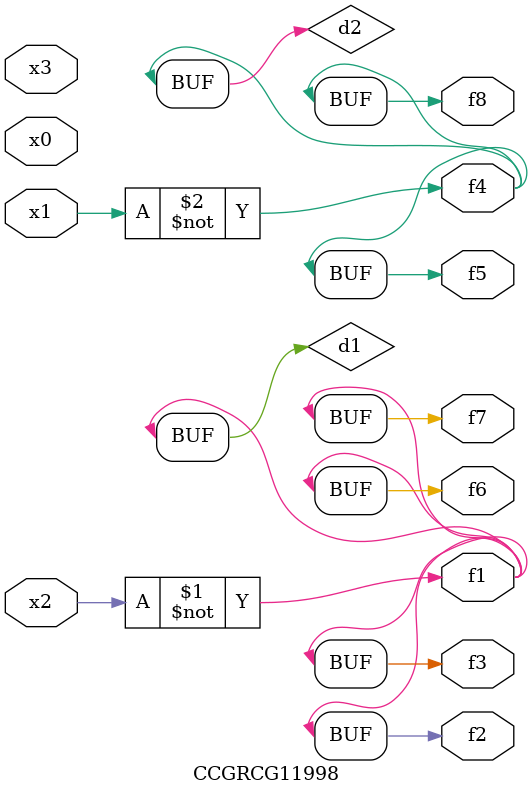
<source format=v>
module CCGRCG11998(
	input x0, x1, x2, x3,
	output f1, f2, f3, f4, f5, f6, f7, f8
);

	wire d1, d2;

	xnor (d1, x2);
	not (d2, x1);
	assign f1 = d1;
	assign f2 = d1;
	assign f3 = d1;
	assign f4 = d2;
	assign f5 = d2;
	assign f6 = d1;
	assign f7 = d1;
	assign f8 = d2;
endmodule

</source>
